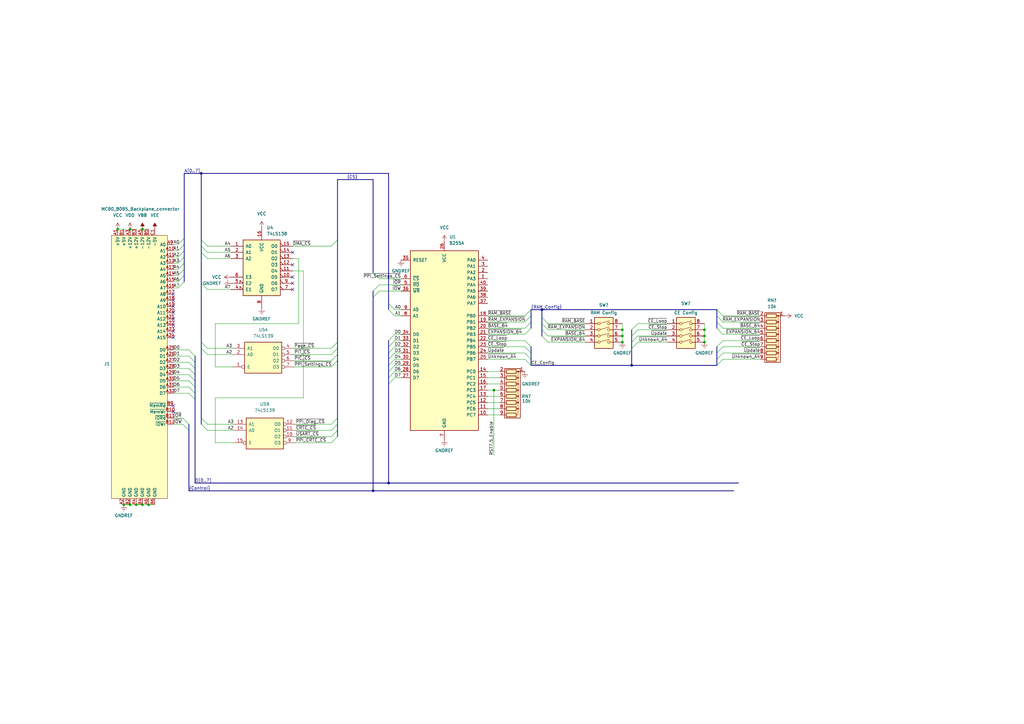
<source format=kicad_sch>
(kicad_sch (version 20231120) (generator "eeschema") (generator_version "8.0")
  (paper "A3")
  (lib_symbols
    (symbol "74xx:74LS138" (pin_names (offset 1.016))
      (property "Reference" "U" (at -7.62 11.43 0))
      (property "Value" "74LS138" (at -7.62 -13.97 0))
      (symbol "74LS138_1_0"
        (pin input line (at -12.7 7.62 0) (length 5.08) (name "A0") (number "1"))
        (pin output output_low (at 12.7 -5.08 180) (length 5.08) (name "O5") (number "10"))
        (pin output output_low (at 12.7 -2.54 180) (length 5.08) (name "O4") (number "11"))
        (pin output output_low (at 12.7 0 180) (length 5.08) (name "O3") (number "12"))
        (pin output output_low (at 12.7 2.54 180) (length 5.08) (name "O2") (number "13"))
        (pin output output_low (at 12.7 5.08 180) (length 5.08) (name "O1") (number "14"))
        (pin output output_low (at 12.7 7.62 180) (length 5.08) (name "O0") (number "15"))
        (pin power_in line (at 0 15.24 270) (length 5.08) (name "VCC") (number "16"))
        (pin input line (at -12.7 5.08 0) (length 5.08) (name "A1") (number "2"))
        (pin input line (at -12.7 2.54 0) (length 5.08) (name "A2") (number "3"))
        (pin input input_low (at -12.7 -10.16 0) (length 5.08) (name "E1") (number "4"))
        (pin input input_low (at -12.7 -7.62 0) (length 5.08) (name "E2") (number "5"))
        (pin input line (at -12.7 -5.08 0) (length 5.08) (name "E3") (number "6"))
        (pin output output_low (at 12.7 -10.16 180) (length 5.08) (name "O7") (number "7"))
        (pin power_in line (at 0 -17.78 90) (length 5.08) (name "GND") (number "8"))
        (pin output output_low (at 12.7 -7.62 180) (length 5.08) (name "O6") (number "9"))
      )
      (symbol "74LS138_1_1"
        (rectangle (start -7.62 10.16) (end 7.62 -12.7) (stroke (width 0.254)) (fill (type background)))
      )
    )
    (symbol "74xx:74LS139" (pin_names (offset 1.016))
      (property "Reference" "U" (at -7.62 8.89 0))
      (property "Value" "74LS139" (at -7.62 -8.89 0))
      (symbol "74LS139_1_0"
        (pin input inverted (at -12.7 -5.08 0) (length 5.08) (name "E") (number "1"))
        (pin input line (at -12.7 0 0) (length 5.08) (name "A0") (number "2"))
        (pin input line (at -12.7 2.54 0) (length 5.08) (name "A1") (number "3"))
        (pin output inverted (at 12.7 2.54 180) (length 5.08) (name "O0") (number "4"))
        (pin output inverted (at 12.7 0 180) (length 5.08) (name "O1") (number "5"))
        (pin output inverted (at 12.7 -2.54 180) (length 5.08) (name "O2") (number "6"))
        (pin output inverted (at 12.7 -5.08 180) (length 5.08) (name "O3") (number "7"))
      )
      (symbol "74LS139_1_1"
        (rectangle (start -7.62 5.08) (end 7.62 -7.62) (stroke (width 0.254)) (fill (type background)))
      )
      (symbol "74LS139_2_0"
        (pin output inverted (at 12.7 -2.54 180) (length 5.08) (name "O2") (number "10"))
        (pin output inverted (at 12.7 0 180) (length 5.08) (name "O1") (number "11"))
        (pin output inverted (at 12.7 2.54 180) (length 5.08) (name "O0") (number "12"))
        (pin input line (at -12.7 2.54 0) (length 5.08) (name "A1") (number "13"))
        (pin input line (at -12.7 0 0) (length 5.08) (name "A0") (number "14"))
        (pin input inverted (at -12.7 -5.08 0) (length 5.08) (name "E") (number "15"))
        (pin output inverted (at 12.7 -5.08 180) (length 5.08) (name "O3") (number "9"))
      )
      (symbol "74LS139_2_1"
        (rectangle (start -7.62 5.08) (end 7.62 -7.62) (stroke (width 0.254)) (fill (type background)))
      )
      (symbol "74LS139_3_0"
        (pin power_in line (at 0 12.7 270) (length 5.08) (name "VCC") (number "16"))
        (pin power_in line (at 0 -12.7 90) (length 5.08) (name "GND") (number "8"))
      )
      (symbol "74LS139_3_1"
        (rectangle (start -5.08 7.62) (end 5.08 -7.62) (stroke (width 0.254)) (fill (type background)))
      )
    )
    (symbol "Device:R_Network08" (pin_names (offset 0) hide)
      (property "Reference" "RN" (at -12.7 0 90))
      (property "Value" "R_Network08" (at 10.16 0 90))
      (symbol "R_Network08_0_1"
        (rectangle (start -11.43 -3.175) (end 8.89 3.175) (stroke (width 0.254)) (fill (type background)))
        (rectangle (start -10.922 1.524) (end -9.398 -2.54) (stroke (width 0.254)))
        (circle (center -10.16 2.286) (radius 0.254) (fill (type outline)))
        (rectangle (start -8.382 1.524) (end -6.858 -2.54) (stroke (width 0.254)))
        (circle (center -7.62 2.286) (radius 0.254) (fill (type outline)))
        (rectangle (start -5.842 1.524) (end -4.318 -2.54) (stroke (width 0.254)))
        (circle (center -5.08 2.286) (radius 0.254) (fill (type outline)))
        (rectangle (start -3.302 1.524) (end -1.778 -2.54) (stroke (width 0.254)))
        (circle (center -2.54 2.286) (radius 0.254) (fill (type outline)))
        (rectangle (start -0.762 1.524) (end 0.762 -2.54) (stroke (width 0.254)))
        (polyline (pts (xy -10.16 -2.54) (xy -10.16 -3.81)))
        (polyline (pts (xy -7.62 -2.54) (xy -7.62 -3.81)))
        (polyline (pts (xy -5.08 -2.54) (xy -5.08 -3.81)))
        (polyline (pts (xy -2.54 -2.54) (xy -2.54 -3.81)))
        (polyline (pts (xy 0 -2.54) (xy 0 -3.81)))
        (polyline (pts (xy 2.54 -2.54) (xy 2.54 -3.81)))
        (polyline (pts (xy 5.08 -2.54) (xy 5.08 -3.81)))
        (polyline (pts (xy 7.62 -2.54) (xy 7.62 -3.81)))
        (polyline (pts (xy -10.16 1.524) (xy -10.16 2.286) (xy -7.62 2.286) (xy -7.62 1.524)))
        (polyline (pts (xy -7.62 1.524) (xy -7.62 2.286) (xy -5.08 2.286) (xy -5.08 1.524)))
        (polyline (pts (xy -5.08 1.524) (xy -5.08 2.286) (xy -2.54 2.286) (xy -2.54 1.524)))
        (polyline (pts (xy -2.54 1.524) (xy -2.54 2.286) (xy 0 2.286) (xy 0 1.524)))
        (polyline (pts (xy 0 1.524) (xy 0 2.286) (xy 2.54 2.286) (xy 2.54 1.524)))
        (polyline (pts (xy 2.54 1.524) (xy 2.54 2.286) (xy 5.08 2.286) (xy 5.08 1.524)))
        (polyline (pts (xy 5.08 1.524) (xy 5.08 2.286) (xy 7.62 2.286) (xy 7.62 1.524)))
        (circle (center 0 2.286) (radius 0.254) (fill (type outline)))
        (rectangle (start 1.778 1.524) (end 3.302 -2.54) (stroke (width 0.254)))
        (circle (center 2.54 2.286) (radius 0.254) (fill (type outline)))
        (rectangle (start 4.318 1.524) (end 5.842 -2.54) (stroke (width 0.254)))
        (circle (center 5.08 2.286) (radius 0.254) (fill (type outline)))
        (rectangle (start 6.858 1.524) (end 8.382 -2.54) (stroke (width 0.254)))
      )
      (symbol "R_Network08_1_1"
        (pin passive line (at -10.16 5.08 270) (length 2.54) (name "common") (number "1"))
        (pin passive line (at -10.16 -5.08 90) (length 1.27) (name "R1") (number "2"))
        (pin passive line (at -7.62 -5.08 90) (length 1.27) (name "R2") (number "3"))
        (pin passive line (at -5.08 -5.08 90) (length 1.27) (name "R3") (number "4"))
        (pin passive line (at -2.54 -5.08 90) (length 1.27) (name "R4") (number "5"))
        (pin passive line (at 0 -5.08 90) (length 1.27) (name "R5") (number "6"))
        (pin passive line (at 2.54 -5.08 90) (length 1.27) (name "R6") (number "7"))
        (pin passive line (at 5.08 -5.08 90) (length 1.27) (name "R7") (number "8"))
        (pin passive line (at 7.62 -5.08 90) (length 1.27) (name "R8") (number "9"))
      )
    )
    (symbol "Interface:8255A" (pin_names (offset 1.016))
      (property "Reference" "U" (at -13.97 38.1 0))
      (property "Value" "8255A" (at 8.89 38.1 0))
      (symbol "8255A_1_1"
        (rectangle (start -13.97 -36.83) (end 13.97 36.83) (stroke (width 0.254)) (fill (type background)))
        (pin bidirectional line (at 17.78 25.4 180) (length 3.81) (name "PA3") (number "1"))
        (pin bidirectional line (at 17.78 -30.48 180) (length 3.81) (name "PC7") (number "10"))
        (pin bidirectional line (at 17.78 -27.94 180) (length 3.81) (name "PC6") (number "11"))
        (pin bidirectional line (at 17.78 -25.4 180) (length 3.81) (name "PC5") (number "12"))
        (pin bidirectional line (at 17.78 -22.86 180) (length 3.81) (name "PC4") (number "13"))
        (pin bidirectional line (at 17.78 -12.7 180) (length 3.81) (name "PC0") (number "14"))
        (pin bidirectional line (at 17.78 -15.24 180) (length 3.81) (name "PC1") (number "15"))
        (pin bidirectional line (at 17.78 -17.78 180) (length 3.81) (name "PC2") (number "16"))
        (pin bidirectional line (at 17.78 -20.32 180) (length 3.81) (name "PC3") (number "17"))
        (pin bidirectional line (at 17.78 10.16 180) (length 3.81) (name "PB0") (number "18"))
        (pin bidirectional line (at 17.78 7.62 180) (length 3.81) (name "PB1") (number "19"))
        (pin bidirectional line (at 17.78 27.94 180) (length 3.81) (name "PA2") (number "2"))
        (pin bidirectional line (at 17.78 5.08 180) (length 3.81) (name "PB2") (number "20"))
        (pin bidirectional line (at 17.78 2.54 180) (length 3.81) (name "PB3") (number "21"))
        (pin bidirectional line (at 17.78 0 180) (length 3.81) (name "PB4") (number "22"))
        (pin bidirectional line (at 17.78 -2.54 180) (length 3.81) (name "PB5") (number "23"))
        (pin bidirectional line (at 17.78 -5.08 180) (length 3.81) (name "PB6") (number "24"))
        (pin bidirectional line (at 17.78 -7.62 180) (length 3.81) (name "PB7") (number "25"))
        (pin power_in line (at 0 40.64 270) (length 3.81) (name "VCC") (number "26"))
        (pin bidirectional line (at -17.78 -15.24 0) (length 3.81) (name "D7") (number "27"))
        (pin bidirectional line (at -17.78 -12.7 0) (length 3.81) (name "D6") (number "28"))
        (pin bidirectional line (at -17.78 -10.16 0) (length 3.81) (name "D5") (number "29"))
        (pin bidirectional line (at 17.78 30.48 180) (length 3.81) (name "PA1") (number "3"))
        (pin bidirectional line (at -17.78 -7.62 0) (length 3.81) (name "D4") (number "30"))
        (pin bidirectional line (at -17.78 -5.08 0) (length 3.81) (name "D3") (number "31"))
        (pin bidirectional line (at -17.78 -2.54 0) (length 3.81) (name "D2") (number "32"))
        (pin bidirectional line (at -17.78 0 0) (length 3.81) (name "D1") (number "33"))
        (pin bidirectional line (at -17.78 2.54 0) (length 3.81) (name "D0") (number "34"))
        (pin input line (at -17.78 33.02 0) (length 3.81) (name "RESET") (number "35"))
        (pin input line (at -17.78 20.32 0) (length 3.81) (name "~{WR}") (number "36"))
        (pin bidirectional line (at 17.78 15.24 180) (length 3.81) (name "PA7") (number "37"))
        (pin bidirectional line (at 17.78 17.78 180) (length 3.81) (name "PA6") (number "38"))
        (pin bidirectional line (at 17.78 20.32 180) (length 3.81) (name "PA5") (number "39"))
        (pin bidirectional line (at 17.78 33.02 180) (length 3.81) (name "PA0") (number "4"))
        (pin bidirectional line (at 17.78 22.86 180) (length 3.81) (name "PA4") (number "40"))
        (pin input line (at -17.78 22.86 0) (length 3.81) (name "~{RD}") (number "5"))
        (pin input line (at -17.78 25.4 0) (length 3.81) (name "~{CS}") (number "6"))
        (pin power_in line (at 0 -40.64 90) (length 3.81) (name "GND") (number "7"))
        (pin input line (at -17.78 10.16 0) (length 3.81) (name "A1") (number "8"))
        (pin input line (at -17.78 12.7 0) (length 3.81) (name "A0") (number "9"))
      )
    )
    (symbol "Switch:SW_DIP_x04" (pin_names (offset 0) hide)
      (property "Reference" "SW" (at 0 8.89 0))
      (property "Value" "SW_DIP_x04" (at 0 -6.35 0))
      (symbol "SW_DIP_x04_0_0"
        (circle (center -2.032 -2.54) (radius 0.508))
        (circle (center -2.032 0) (radius 0.508))
        (circle (center -2.032 2.54) (radius 0.508))
        (circle (center -2.032 5.08) (radius 0.508))
        (polyline (pts (xy -1.524 -2.3876) (xy 2.3622 -1.3462)))
        (polyline (pts (xy -1.524 0.127) (xy 2.3622 1.1684)))
        (polyline (pts (xy -1.524 2.667) (xy 2.3622 3.7084)))
        (polyline (pts (xy -1.524 5.207) (xy 2.3622 6.2484)))
        (circle (center 2.032 -2.54) (radius 0.508))
        (circle (center 2.032 0) (radius 0.508))
        (circle (center 2.032 2.54) (radius 0.508))
        (circle (center 2.032 5.08) (radius 0.508))
      )
      (symbol "SW_DIP_x04_0_1"
        (rectangle (start -3.81 7.62) (end 3.81 -5.08) (stroke (width 0.254)) (fill (type background)))
      )
      (symbol "SW_DIP_x04_1_1"
        (pin passive line (at -7.62 5.08 0) (length 5.08) (name "~") (number "1"))
        (pin passive line (at -7.62 2.54 0) (length 5.08) (name "~") (number "2"))
        (pin passive line (at -7.62 0 0) (length 5.08) (name "~") (number "3"))
        (pin passive line (at -7.62 -2.54 0) (length 5.08) (name "~") (number "4"))
        (pin passive line (at 7.62 -2.54 180) (length 5.08) (name "~") (number "5"))
        (pin passive line (at 7.62 0 180) (length 5.08) (name "~") (number "6"))
        (pin passive line (at 7.62 2.54 180) (length 5.08) (name "~") (number "7"))
        (pin passive line (at 7.62 5.08 180) (length 5.08) (name "~") (number "8"))
      )
    )
    (symbol "VEE_1" (power) (pin_names (offset 0))
      (property "Value" "VEE_1" (at 0 3.81 0))
      (symbol "VEE_1_0_1"
        (polyline (pts (xy 0 0) (xy 0 2.54)))
        (polyline (pts (xy 0.762 1.27) (xy -0.762 1.27) (xy 0 2.54) (xy 0.762 1.27)) (fill (type outline)))
      )
      (symbol "VEE_1_1_1"
        (pin power_in line (at 0 0 90) (length 0) hide (name "VEE") (number "1"))
      )
    )
    (symbol "connector-miscellaneous:MC80_8085_Backplane_connector"
      (property "Reference" "J" (at 13.97 34.29 0))
      (property "Value" "MC80_8085_Backplane_connector" (at -6.35 34.29 0))
      (symbol "MC80_8085_Backplane_connector_0_1"
        (rectangle (start -22.86 19.05) (end 0 -88.9) (fill (type background)))
        (rectangle (start -15.24 16.51) (end -15.24 16.51))
      )
      (symbol "MC80_8085_Backplane_connector_1_1"
        (pin power_in line (at -20.32 21.59 270) (length 2.54) (name "+5V") (number "A1"))
        (pin output line (at 2.54 12.7 180) (length 2.54) (name "A1") (number "A10"))
        (pin output line (at 2.54 10.16 180) (length 2.54) (name "A2") (number "A11"))
        (pin output line (at 2.54 7.62 180) (length 2.54) (name "A3") (number "A12"))
        (pin output line (at 2.54 5.08 180) (length 2.54) (name "A4") (number "A13"))
        (pin output line (at 2.54 2.54 180) (length 2.54) (name "A5") (number "A14"))
        (pin output line (at 2.54 0 180) (length 2.54) (name "A6") (number "A15"))
        (pin output line (at 2.54 -2.54 180) (length 2.54) (name "A7") (number "A16"))
        (pin output line (at 2.54 -5.08 180) (length 2.54) (name "A8") (number "A17"))
        (pin output line (at 2.54 -7.62 180) (length 2.54) (name "A9") (number "A18"))
        (pin output line (at 2.54 -10.16 180) (length 2.54) (name "A10") (number "A19"))
        (pin power_in line (at -17.78 -91.44 90) (length 2.54) (name "GND") (number "A2"))
        (pin output line (at 2.54 -12.7 180) (length 2.54) (name "A11") (number "A20"))
        (pin output line (at 2.54 -15.24 180) (length 2.54) (name "A12") (number "A21"))
        (pin output line (at 2.54 -17.78 180) (length 2.54) (name "A13") (number "A22"))
        (pin output line (at 2.54 -20.32 180) (length 2.54) (name "A14") (number "A23"))
        (pin output line (at 2.54 -22.86 180) (length 2.54) (name "A15") (number "A24"))
        (pin tri_state line (at 2.54 -27.94 180) (length 2.54) (name "D0") (number "A25"))
        (pin tri_state line (at 2.54 -30.48 180) (length 2.54) (name "D1") (number "A26"))
        (pin tri_state line (at 2.54 -33.02 180) (length 2.54) (name "D2") (number "A27"))
        (pin tri_state line (at 2.54 -35.56 180) (length 2.54) (name "D3") (number "A28"))
        (pin tri_state line (at 2.54 -38.1 180) (length 2.54) (name "D4") (number "A29"))
        (pin power_in line (at -15.24 21.59 270) (length 2.54) (name "+12V") (number "A3"))
        (pin tri_state line (at 2.54 -40.64 180) (length 2.54) (name "D5") (number "A30"))
        (pin tri_state line (at 2.54 -43.18 180) (length 2.54) (name "D6") (number "A31"))
        (pin tri_state line (at 2.54 -45.72 180) (length 2.54) (name "D7") (number "A32"))
        (pin power_in line (at -12.7 -91.44 90) (length 2.54) (name "GND") (number "A4"))
        (pin power_in line (at -10.16 21.59 270) (length 2.54) (name "-12V") (number "A5"))
        (pin power_in line (at -7.62 -91.44 90) (length 2.54) (name "GND") (number "A6"))
        (pin output line (at 2.54 15.24 180) (length 2.54) (name "A0") (number "A9"))
        (pin power_in line (at -17.78 21.59 270) (length 2.54) (name "+5V") (number "B1"))
        (pin output line (at 2.54 -53.34 180) (length 2.54) (name "~{MemWr}") (number "B10"))
        (pin output line (at 2.54 -55.88 180) (length 2.54) (name "~{IORd}") (number "B11"))
        (pin output line (at 2.54 -58.42 180) (length 2.54) (name "~{IOWr}") (number "B12"))
        (pin power_in line (at -15.24 -91.44 90) (length 2.54) (name "GND") (number "B2"))
        (pin power_in line (at -12.7 21.59 270) (length 2.54) (name "+12V") (number "B3"))
        (pin power_in line (at -10.16 -91.44 90) (length 2.54) (name "GND") (number "B4"))
        (pin power_in line (at -7.62 21.59 270) (length 2.54) (name "-12V") (number "B5"))
        (pin power_in line (at -5.08 -91.44 90) (length 2.54) (name "GND") (number "B6"))
        (pin output line (at 2.54 -50.8 180) (length 2.54) (name "~{MemRd}") (number "B9"))
        (pin power_in line (at -5.08 21.59 270) (length 2.54) (name "-5V") (number "C1"))
      )
    )
    (symbol "power:GNDREF" (power) (pin_names (offset 0))
      (property "Value" "GNDREF" (at 0 -3.81 0))
      (symbol "GNDREF_0_1"
        (polyline (pts (xy -0.635 -1.905) (xy 0.635 -1.905)))
        (polyline (pts (xy -0.127 -2.54) (xy 0.127 -2.54)))
        (polyline (pts (xy 0 -1.27) (xy 0 0)))
        (polyline (pts (xy 1.27 -1.27) (xy -1.27 -1.27)))
      )
      (symbol "GNDREF_1_1"
        (pin power_in line (at 0 0 270) (length 0) hide (name "GNDREF") (number "1"))
      )
    )
    (symbol "power:VCC" (power) (pin_names (offset 0))
      (property "Value" "VCC" (at 0 3.81 0))
      (symbol "VCC_0_1"
        (polyline (pts (xy -0.762 1.27) (xy 0 2.54)))
        (polyline (pts (xy 0 0) (xy 0 2.54)))
        (polyline (pts (xy 0 2.54) (xy 0.762 1.27)))
      )
      (symbol "VCC_1_1"
        (pin power_in line (at 0 0 90) (length 0) hide (name "VCC") (number "1"))
      )
    )
    (symbol "power:VDD" (power) (pin_names (offset 0))
      (property "Value" "VDD" (at 0 3.81 0))
      (symbol "VDD_0_1"
        (polyline (pts (xy -0.762 1.27) (xy 0 2.54)))
        (polyline (pts (xy 0 0) (xy 0 2.54)))
        (polyline (pts (xy 0 2.54) (xy 0.762 1.27)))
      )
      (symbol "VDD_1_1"
        (pin power_in line (at 0 0 90) (length 0) hide (name "VDD") (number "1"))
      )
    )
    (symbol "power:VEE" (power) (pin_names (offset 0))
      (property "Value" "VBB" (at 0 5.715 0))
      (symbol "VEE_0_1"
        (polyline (pts (xy 0 0) (xy 0 2.54)))
        (polyline (pts (xy 0.762 1.27) (xy -0.762 1.27) (xy 0 2.54) (xy 0.762 1.27)) (fill (type outline)))
      )
      (symbol "VEE_1_1"
        (pin power_in line (at 0 0 90) (length 0) hide (name "VBB") (number "1"))
      )
    )
  )
  (bus_alias "RAM_Config" (members "RAM_BASE"))
  (junction (at 255.27 135.255))
  (junction (at 50.8 207.01))
  (junction (at 53.34 207.01))
  (junction (at 255.27 140.335))
  (junction (at 153.035 201.295))
  (junction (at 255.27 137.795))
  (junction (at 288.925 137.795))
  (junction (at 222.25 127))
  (junction (at 288.925 135.255))
  (junction (at 58.42 93.98))
  (junction (at 259.08 149.86))
  (junction (at 55.88 207.01))
  (junction (at 58.42 207.01))
  (junction (at 53.34 93.98))
  (junction (at 159.385 198.12))
  (junction (at 60.96 207.01))
  (junction (at 288.925 140.335))
  (junction (at 48.26 93.98))
  (junction (at 202.565 160.02))
  (junction (at 82.55 71.12))
  (no_connect (at 71.12 120.65))
  (no_connect (at 71.12 130.81))
  (no_connect (at 71.12 166.37))
  (no_connect (at 71.12 133.35))
  (no_connect (at 71.12 168.91))
  (no_connect (at 120.015 108.585))
  (no_connect (at 71.12 123.19))
  (no_connect (at 71.12 125.73))
  (no_connect (at 120.015 118.745))
  (no_connect (at 120.015 103.505))
  (no_connect (at 120.015 116.205))
  (no_connect (at 120.015 113.665))
  (no_connect (at 71.12 138.43))
  (no_connect (at 71.12 128.27))
  (no_connect (at 71.12 135.89))
  (bus_entry (at 259.08 137.795) (size 2.54 -2.54))
  (bus_entry (at 296.545 132.08) (size -2.54 -2.54))
  (bus_entry (at 296.545 144.78) (size -2.54 2.54))
  (bus_entry (at 215.265 129.54) (size 2.54 -2.54))
  (bus_entry (at 73.025 107.95) (size 2.54 -2.54))
  (bus_entry (at 82.55 173.99) (size 2.54 2.54))
  (bus_entry (at 222.25 132.715) (size 2.54 2.54))
  (bus_entry (at 296.545 129.54) (size -2.54 -2.54))
  (bus_entry (at 73.025 113.03) (size 2.54 -2.54))
  (bus_entry (at 159.385 144.78) (size 2.54 -2.54))
  (bus_entry (at 215.265 142.24) (size 2.54 2.54))
  (bus_entry (at 82.55 171.45) (size 2.54 2.54))
  (bus_entry (at 135.89 181.61) (size 2.54 -2.54))
  (bus_entry (at 82.55 100.965) (size 2.54 2.54))
  (bus_entry (at 135.89 176.53) (size 2.54 -2.54))
  (bus_entry (at 215.265 134.62) (size 2.54 -2.54))
  (bus_entry (at 77.47 151.13) (size 2.54 2.54))
  (bus_entry (at 74.93 171.45) (size 2.54 2.54))
  (bus_entry (at 153.035 111.76) (size 2.54 2.54))
  (bus_entry (at 296.545 147.32) (size -2.54 2.54))
  (bus_entry (at 77.47 148.59) (size 2.54 2.54))
  (bus_entry (at 159.385 157.48) (size 2.54 -2.54))
  (bus_entry (at 73.025 110.49) (size 2.54 -2.54))
  (bus_entry (at 77.47 161.29) (size 2.54 2.54))
  (bus_entry (at 159.385 149.86) (size 2.54 -2.54))
  (bus_entry (at 215.265 137.16) (size 2.54 -2.54))
  (bus_entry (at 215.265 144.78) (size 2.54 2.54))
  (bus_entry (at 77.47 153.67) (size 2.54 2.54))
  (bus_entry (at 77.47 143.51) (size 2.54 2.54))
  (bus_entry (at 73.025 118.11) (size 2.54 -2.54))
  (bus_entry (at 296.545 134.62) (size -2.54 -2.54))
  (bus_entry (at 296.545 137.16) (size -2.54 -2.54))
  (bus_entry (at 215.265 139.7) (size 2.54 2.54))
  (bus_entry (at 135.89 147.955) (size 2.54 -2.54))
  (bus_entry (at 135.89 179.07) (size 2.54 -2.54))
  (bus_entry (at 215.265 147.32) (size 2.54 2.54))
  (bus_entry (at 73.025 115.57) (size 2.54 -2.54))
  (bus_entry (at 259.08 135.255) (size 2.54 -2.54))
  (bus_entry (at 153.035 121.92) (size 2.54 -2.54))
  (bus_entry (at 82.55 116.205) (size 2.54 2.54))
  (bus_entry (at 73.025 100.33) (size 2.54 -2.54))
  (bus_entry (at 135.89 100.965) (size 2.54 -2.54))
  (bus_entry (at 222.25 135.255) (size 2.54 2.54))
  (bus_entry (at 135.89 173.99) (size 2.54 -2.54))
  (bus_entry (at 159.385 154.94) (size 2.54 -2.54))
  (bus_entry (at 153.035 119.38) (size 2.54 -2.54))
  (bus_entry (at 82.55 142.875) (size 2.54 2.54))
  (bus_entry (at 73.025 102.87) (size 2.54 -2.54))
  (bus_entry (at 259.08 142.875) (size 2.54 -2.54))
  (bus_entry (at 159.385 147.32) (size 2.54 -2.54))
  (bus_entry (at 222.25 137.795) (size 2.54 2.54))
  (bus_entry (at 222.25 130.175) (size 2.54 2.54))
  (bus_entry (at 135.89 150.495) (size 2.54 -2.54))
  (bus_entry (at 159.385 139.7) (size 2.54 -2.54))
  (bus_entry (at 159.385 124.46) (size 2.54 2.54))
  (bus_entry (at 82.55 98.425) (size 2.54 2.54))
  (bus_entry (at 77.47 158.75) (size 2.54 2.54))
  (bus_entry (at 82.55 140.335) (size 2.54 2.54))
  (bus_entry (at 73.025 105.41) (size 2.54 -2.54))
  (bus_entry (at 135.89 142.875) (size 2.54 -2.54))
  (bus_entry (at 159.385 127) (size 2.54 2.54))
  (bus_entry (at 296.545 139.7) (size -2.54 2.54))
  (bus_entry (at 159.385 152.4) (size 2.54 -2.54))
  (bus_entry (at 82.55 103.505) (size 2.54 2.54))
  (bus_entry (at 77.47 146.05) (size 2.54 2.54))
  (bus_entry (at 296.545 142.24) (size -2.54 2.54))
  (bus_entry (at 135.89 145.415) (size 2.54 -2.54))
  (bus_entry (at 159.385 142.24) (size 2.54 -2.54))
  (bus_entry (at 259.08 140.335) (size 2.54 -2.54))
  (bus_entry (at 215.265 132.08) (size 2.54 -2.54))
  (bus_entry (at 77.47 156.21) (size 2.54 2.54))
  (bus_entry (at 74.93 173.99) (size 2.54 2.54))
  (wire (pts (xy 200.025 142.24) (xy 215.265 142.24)))
  (wire (pts (xy 120.65 150.495) (xy 135.89 150.495)))
  (bus (pts (xy 75.565 105.41) (xy 75.565 102.87)))
  (wire (pts (xy 124.46 163.195) (xy 88.265 163.195)))
  (wire (pts (xy 122.555 106.045) (xy 120.015 106.045)))
  (wire (pts (xy 161.925 139.7) (xy 164.465 139.7)))
  (bus (pts (xy 217.805 147.32) (xy 217.805 144.78)))
  (wire (pts (xy 71.12 115.57) (xy 73.025 115.57)))
  (wire (pts (xy 71.12 161.29) (xy 77.47 161.29)))
  (wire (pts (xy 200.025 167.64) (xy 205.105 167.64)))
  (wire (pts (xy 124.46 111.125) (xy 124.46 163.195)))
  (wire (pts (xy 71.12 156.21) (xy 77.47 156.21)))
  (bus (pts (xy 82.55 171.45) (xy 82.55 173.99)))
  (wire (pts (xy 255.27 135.255) (xy 255.27 137.795)))
  (wire (pts (xy 200.025 152.4) (xy 205.105 152.4)))
  (wire (pts (xy 200.025 165.1) (xy 205.105 165.1)))
  (bus (pts (xy 77.47 201.295) (xy 153.035 201.295)))
  (wire (pts (xy 58.42 207.01) (xy 60.96 207.01)))
  (wire (pts (xy 224.79 132.715) (xy 240.03 132.715)))
  (bus (pts (xy 159.385 127) (xy 159.385 124.46)))
  (bus (pts (xy 153.035 201.295) (xy 300.99 201.295)))
  (bus (pts (xy 82.55 142.875) (xy 82.55 171.45)))
  (wire (pts (xy 71.12 105.41) (xy 73.025 105.41)))
  (wire (pts (xy 71.12 151.13) (xy 77.47 151.13)))
  (bus (pts (xy 159.385 139.7) (xy 159.385 142.24)))
  (bus (pts (xy 80.01 148.59) (xy 80.01 151.13)))
  (wire (pts (xy 155.575 114.3) (xy 164.465 114.3)))
  (bus (pts (xy 294.005 147.32) (xy 294.005 144.78)))
  (wire (pts (xy 85.09 103.505) (xy 94.615 103.505)))
  (wire (pts (xy 85.09 106.045) (xy 94.615 106.045)))
  (bus (pts (xy 80.01 153.67) (xy 80.01 156.21)))
  (wire (pts (xy 120.65 145.415) (xy 135.89 145.415)))
  (wire (pts (xy 200.025 144.78) (xy 215.265 144.78)))
  (wire (pts (xy 71.12 158.75) (xy 77.47 158.75)))
  (bus (pts (xy 259.08 135.255) (xy 259.08 137.795)))
  (wire (pts (xy 48.26 93.98) (xy 50.8 93.98)))
  (bus (pts (xy 217.805 129.54) (xy 217.805 132.08)))
  (wire (pts (xy 200.025 170.18) (xy 205.105 170.18)))
  (wire (pts (xy 200.025 147.32) (xy 215.265 147.32)))
  (wire (pts (xy 200.025 162.56) (xy 205.105 162.56)))
  (bus (pts (xy 153.035 73.66) (xy 138.43 73.66)))
  (bus (pts (xy 82.55 100.965) (xy 82.55 103.505)))
  (wire (pts (xy 71.12 146.05) (xy 77.47 146.05)))
  (bus (pts (xy 294.005 144.78) (xy 294.005 142.24)))
  (wire (pts (xy 121.285 173.99) (xy 135.89 173.99)))
  (wire (pts (xy 311.785 134.62) (xy 296.545 134.62)))
  (wire (pts (xy 85.09 100.965) (xy 94.615 100.965)))
  (wire (pts (xy 121.285 179.07) (xy 135.89 179.07)))
  (wire (pts (xy 71.12 102.87) (xy 73.025 102.87)))
  (wire (pts (xy 200.025 160.02) (xy 202.565 160.02)))
  (bus (pts (xy 80.01 198.12) (xy 159.385 198.12)))
  (bus (pts (xy 138.43 140.335) (xy 138.43 142.875)))
  (bus (pts (xy 138.43 176.53) (xy 138.43 179.07)))
  (wire (pts (xy 311.785 142.24) (xy 296.545 142.24)))
  (wire (pts (xy 255.27 132.715) (xy 255.27 135.255)))
  (wire (pts (xy 122.555 132.715) (xy 122.555 106.045)))
  (wire (pts (xy 224.79 140.335) (xy 240.03 140.335)))
  (wire (pts (xy 85.09 176.53) (xy 95.885 176.53)))
  (bus (pts (xy 159.385 142.24) (xy 159.385 144.78)))
  (wire (pts (xy 71.12 118.11) (xy 73.025 118.11)))
  (bus (pts (xy 159.385 154.94) (xy 159.385 157.48)))
  (wire (pts (xy 121.285 181.61) (xy 135.89 181.61)))
  (bus (pts (xy 222.25 127) (xy 294.005 127)))
  (wire (pts (xy 161.925 149.86) (xy 164.465 149.86)))
  (bus (pts (xy 294.005 149.86) (xy 259.08 149.86)))
  (bus (pts (xy 217.805 132.08) (xy 217.805 134.62)))
  (wire (pts (xy 224.79 137.795) (xy 240.03 137.795)))
  (bus (pts (xy 80.01 158.75) (xy 80.01 161.29)))
  (wire (pts (xy 288.925 137.795) (xy 288.925 140.335)))
  (wire (pts (xy 71.12 171.45) (xy 74.93 171.45)))
  (wire (pts (xy 55.88 207.01) (xy 58.42 207.01)))
  (bus (pts (xy 153.035 111.76) (xy 153.035 73.66)))
  (wire (pts (xy 161.925 129.54) (xy 164.465 129.54)))
  (wire (pts (xy 161.925 154.94) (xy 164.465 154.94)))
  (bus (pts (xy 82.55 71.12) (xy 159.385 71.12)))
  (bus (pts (xy 75.565 113.03) (xy 75.565 110.49)))
  (wire (pts (xy 161.925 127) (xy 164.465 127)))
  (bus (pts (xy 80.01 146.05) (xy 80.01 148.59)))
  (wire (pts (xy 53.34 207.01) (xy 55.88 207.01)))
  (wire (pts (xy 71.12 100.33) (xy 73.025 100.33)))
  (wire (pts (xy 261.62 137.795) (xy 273.685 137.795)))
  (wire (pts (xy 200.025 129.54) (xy 215.265 129.54)))
  (bus (pts (xy 138.43 173.99) (xy 138.43 176.53)))
  (wire (pts (xy 200.025 154.94) (xy 205.105 154.94)))
  (wire (pts (xy 200.025 132.08) (xy 215.265 132.08)))
  (wire (pts (xy 311.785 137.16) (xy 296.545 137.16)))
  (wire (pts (xy 155.575 116.84) (xy 164.465 116.84)))
  (wire (pts (xy 311.785 129.54) (xy 296.545 129.54)))
  (bus (pts (xy 153.035 121.92) (xy 153.035 201.295)))
  (bus (pts (xy 217.805 144.78) (xy 217.805 142.24)))
  (bus (pts (xy 75.565 97.79) (xy 75.565 71.12)))
  (wire (pts (xy 88.265 132.715) (xy 122.555 132.715)))
  (bus (pts (xy 217.805 149.86) (xy 259.08 149.86)))
  (bus (pts (xy 80.01 161.29) (xy 80.01 163.83)))
  (wire (pts (xy 161.925 137.16) (xy 164.465 137.16)))
  (bus (pts (xy 75.565 110.49) (xy 75.565 107.95)))
  (bus (pts (xy 294.005 127) (xy 294.005 129.54)))
  (bus (pts (xy 82.55 103.505) (xy 82.55 116.205)))
  (bus (pts (xy 138.43 171.45) (xy 138.43 173.99)))
  (bus (pts (xy 217.805 127) (xy 222.25 127)))
  (wire (pts (xy 311.785 144.78) (xy 296.545 144.78)))
  (wire (pts (xy 224.79 135.255) (xy 240.03 135.255)))
  (bus (pts (xy 222.25 130.175) (xy 222.25 132.715)))
  (wire (pts (xy 311.785 139.7) (xy 296.545 139.7)))
  (wire (pts (xy 200.025 134.62) (xy 215.265 134.62)))
  (wire (pts (xy 50.8 207.01) (xy 53.34 207.01)))
  (wire (pts (xy 200.025 157.48) (xy 205.105 157.48)))
  (wire (pts (xy 120.015 111.125) (xy 124.46 111.125)))
  (wire (pts (xy 121.285 176.53) (xy 135.89 176.53)))
  (bus (pts (xy 77.47 173.99) (xy 77.47 176.53)))
  (wire (pts (xy 85.09 145.415) (xy 95.25 145.415)))
  (bus (pts (xy 75.565 115.57) (xy 75.565 113.03)))
  (bus (pts (xy 138.43 147.955) (xy 138.43 171.45)))
  (wire (pts (xy 71.12 143.51) (xy 77.47 143.51)))
  (wire (pts (xy 95.25 150.495) (xy 88.265 150.495)))
  (wire (pts (xy 71.12 153.67) (xy 77.47 153.67)))
  (wire (pts (xy 85.09 142.875) (xy 95.25 142.875)))
  (bus (pts (xy 159.385 157.48) (xy 159.385 198.12)))
  (bus (pts (xy 138.43 98.425) (xy 138.43 140.335)))
  (wire (pts (xy 161.925 144.78) (xy 164.465 144.78)))
  (wire (pts (xy 71.12 110.49) (xy 73.025 110.49)))
  (wire (pts (xy 255.27 137.795) (xy 255.27 140.335)))
  (wire (pts (xy 58.42 93.98) (xy 60.96 93.98)))
  (bus (pts (xy 80.01 156.21) (xy 80.01 158.75)))
  (bus (pts (xy 138.43 142.875) (xy 138.43 145.415)))
  (bus (pts (xy 138.43 73.66) (xy 138.43 98.425)))
  (wire (pts (xy 120.015 100.965) (xy 135.89 100.965)))
  (wire (pts (xy 88.265 150.495) (xy 88.265 132.715)))
  (bus (pts (xy 294.005 149.86) (xy 294.005 147.32)))
  (wire (pts (xy 88.265 181.61) (xy 95.885 181.61)))
  (bus (pts (xy 222.25 127) (xy 222.25 130.175)))
  (wire (pts (xy 85.09 173.99) (xy 95.885 173.99)))
  (bus (pts (xy 138.43 145.415) (xy 138.43 147.955)))
  (bus (pts (xy 222.25 135.255) (xy 222.25 137.795)))
  (wire (pts (xy 202.565 160.02) (xy 202.565 186.69)))
  (bus (pts (xy 259.08 140.335) (xy 259.08 142.875)))
  (wire (pts (xy 288.925 135.255) (xy 288.925 137.795)))
  (wire (pts (xy 53.34 93.98) (xy 55.88 93.98)))
  (wire (pts (xy 155.575 119.38) (xy 164.465 119.38)))
  (bus (pts (xy 159.385 149.86) (xy 159.385 152.4)))
  (wire (pts (xy 71.12 173.99) (xy 74.93 173.99)))
  (wire (pts (xy 120.65 142.875) (xy 135.89 142.875)))
  (wire (pts (xy 71.12 113.03) (xy 73.025 113.03)))
  (wire (pts (xy 71.12 107.95) (xy 73.025 107.95)))
  (bus (pts (xy 159.385 124.46) (xy 159.385 71.12)))
  (wire (pts (xy 202.565 160.02) (xy 205.105 160.02)))
  (bus (pts (xy 75.565 100.33) (xy 75.565 97.79)))
  (wire (pts (xy 120.65 147.955) (xy 135.89 147.955)))
  (wire (pts (xy 311.785 147.32) (xy 296.545 147.32)))
  (bus (pts (xy 259.08 142.875) (xy 259.08 149.86)))
  (bus (pts (xy 294.005 132.08) (xy 294.005 134.62)))
  (bus (pts (xy 159.385 144.78) (xy 159.385 147.32)))
  (wire (pts (xy 288.925 132.715) (xy 288.925 135.255)))
  (bus (pts (xy 80.01 163.83) (xy 80.01 198.12)))
  (wire (pts (xy 71.12 148.59) (xy 77.47 148.59)))
  (wire (pts (xy 311.785 132.08) (xy 296.545 132.08)))
  (wire (pts (xy 85.09 118.745) (xy 94.615 118.745)))
  (bus (pts (xy 77.47 176.53) (xy 77.47 201.295)))
  (bus (pts (xy 159.385 152.4) (xy 159.385 154.94)))
  (bus (pts (xy 75.565 102.87) (xy 75.565 100.33)))
  (bus (pts (xy 82.55 140.335) (xy 82.55 142.875)))
  (bus (pts (xy 153.035 119.38) (xy 153.035 121.92)))
  (wire (pts (xy 161.925 147.32) (xy 164.465 147.32)))
  (bus (pts (xy 159.385 198.12) (xy 302.895 198.12)))
  (bus (pts (xy 82.55 98.425) (xy 82.55 100.965)))
  (bus (pts (xy 75.565 71.12) (xy 82.55 71.12)))
  (bus (pts (xy 82.55 116.205) (xy 82.55 140.335)))
  (wire (pts (xy 88.265 163.195) (xy 88.265 181.61)))
  (wire (pts (xy 161.925 142.24) (xy 164.465 142.24)))
  (bus (pts (xy 75.565 107.95) (xy 75.565 105.41)))
  (bus (pts (xy 159.385 147.32) (xy 159.385 149.86)))
  (wire (pts (xy 261.62 135.255) (xy 273.685 135.255)))
  (bus (pts (xy 217.805 149.86) (xy 217.805 147.32)))
  (bus (pts (xy 294.005 129.54) (xy 294.005 132.08)))
  (wire (pts (xy 261.62 132.715) (xy 273.685 132.715)))
  (wire (pts (xy 161.925 152.4) (xy 164.465 152.4)))
  (bus (pts (xy 259.08 137.795) (xy 259.08 140.335)))
  (wire (pts (xy 60.96 207.01) (xy 63.5 207.01)))
  (bus (pts (xy 80.01 151.13) (xy 80.01 153.67)))
  (bus (pts (xy 82.55 71.12) (xy 82.55 98.425)))
  (bus (pts (xy 217.805 127) (xy 217.805 129.54)))
  (wire (pts (xy 200.025 137.16) (xy 215.265 137.16)))
  (wire (pts (xy 200.025 139.7) (xy 215.265 139.7)))
  (bus (pts (xy 222.25 132.715) (xy 222.25 135.255)))
  (wire (pts (xy 261.62 140.335) (xy 273.685 140.335)))
  (label "CE_Config" (at 217.805 149.86 0))
  (label "~{RAM_BASE}" (at 311.785 129.54 180))
  (label "D7" (at 71.12 161.29 0))
  (label "{Control}" (at 77.47 201.295 0))
  (label "~{BASE_64}" (at 311.785 134.62 180))
  (label "RST7.5_Enable" (at 202.565 186.69 90))
  (label "A3" (at 95.25 142.875 180))
  (label "~{Page_CS}" (at 120.65 142.875 0))
  (label "~{RAM_BASE}" (at 240.03 132.715 180))
  (label "A4" (at 94.615 100.965 180))
  (label "~{Update}" (at 200.025 144.78 0))
  (label "D2" (at 164.465 142.24 180))
  (label "~{PPI_CRTC_CS}" (at 121.285 181.61 0))
  (label "~{IOR}" (at 71.12 171.45 0))
  (label "~{Unknown_A4}" (at 273.685 140.335 180))
  (label "A2" (at 95.885 176.53 180))
  (label "~{PPI_Settings_CS}" (at 164.465 114.3 180))
  (label "~{PPI_Settings_CS}" (at 120.65 150.495 0))
  (label "D4" (at 71.12 153.67 0))
  (label "A2" (at 71.12 105.41 0))
  (label "~{CE_Loop}" (at 273.685 132.715 180))
  (label "D0" (at 164.465 137.16 180))
  (label "D6" (at 164.465 152.4 180))
  (label "A6" (at 94.615 106.045 180))
  (label "~{USART_CS}" (at 121.285 179.07 0))
  (label "D3" (at 71.12 151.13 0))
  (label "~{IOR}" (at 164.465 116.84 180))
  (label "A2" (at 95.25 145.415 180))
  (label "~{RAM_EXPANSION}" (at 200.025 132.08 0))
  (label "{CS}" (at 146.685 73.66 180))
  (label "~{DMA_CS}" (at 120.015 100.965 0))
  (label "~{PIT_CS}" (at 120.65 145.415 0))
  (label "~{RAM_EXPANSION}" (at 240.03 135.255 180))
  (label "D7" (at 164.465 154.94 180))
  (label "A0" (at 71.12 100.33 0))
  (label "D4" (at 164.465 147.32 180))
  (label "A1" (at 164.465 129.54 180))
  (label "A3" (at 95.885 173.99 180))
  (label "D1" (at 71.12 146.05 0))
  (label "D5" (at 71.12 156.21 0))
  (label "A7" (at 94.615 118.745 180))
  (label "~{RAM_BASE}" (at 200.025 129.54 0))
  (label "A1" (at 71.12 102.87 0))
  (label "~{EXPANSION_64}" (at 240.03 140.335 180))
  (label "A4" (at 71.12 110.49 0))
  (label "A6" (at 71.12 115.57 0))
  (label "~{Unknown_A4}" (at 200.025 147.32 0))
  (label "D6" (at 71.12 158.75 0))
  (label "A5" (at 71.12 113.03 0))
  (label "D5" (at 164.465 149.86 180))
  (label "A[0..7]" (at 75.565 71.12 0))
  (label "~{PIC_CS}" (at 120.65 147.955 0))
  (label "D2" (at 71.12 148.59 0))
  (label "~{EXPANSION_64}" (at 311.785 137.16 180))
  (label "~{CE_Stop}" (at 311.785 142.24 180))
  (label "~{PPI_Diag_CS}" (at 121.285 173.99 0))
  (label "D[0..7]" (at 80.01 198.12 0))
  (label "~{BASE_64}" (at 240.03 137.795 180))
  (label "D3" (at 164.465 144.78 180))
  (label "A5" (at 94.615 103.505 180))
  (label "~{EXPANSION_64}" (at 200.025 137.16 0))
  (label "~{BASE_64}" (at 200.025 134.62 0))
  (label "~{CE_Stop}" (at 273.685 135.255 180))
  (label "D0" (at 71.12 143.51 0))
  (label "~{CE_Loop}" (at 311.785 139.7 180))
  (label "A0" (at 164.465 127 180))
  (label "A3" (at 71.12 107.95 0))
  (label "D1" (at 164.465 139.7 180))
  (label "~{Update}" (at 273.685 137.795 180))
  (label "~{IOW}" (at 71.12 173.99 0))
  (label "~{Unknown_A4}" (at 311.785 147.32 180))
  (label "~{Update}" (at 311.785 144.78 180))
  (label "{RAM_Config}" (at 217.805 127 0))
  (label "~{CE_Stop}" (at 200.025 142.24 0))
  (label "A7" (at 71.12 118.11 0))
  (label "~{CE_Loop}" (at 200.025 139.7 0))
  (label "~{RAM_EXPANSION}" (at 311.785 132.08 180))
  (label "~{IOW}" (at 164.465 119.38 180))
  (label "~{CRTC_CS}" (at 121.285 176.53 0))
  (symbol (lib_id "74xx:74LS139") (at 108.585 176.53 0) (unit 2)
    (property "Reference" "U5" (at 108.585 165.735 0))
    (property "Value" "74LS139" (at 108.585 168.275 0))
    (property "Datasheet" "http://www.ti.com/lit/ds/symlink/sn74ls139a.pdf" (effects (hide yes)))
  )
  (symbol (lib_id "power:VCC") (at 107.315 93.345 0) (unit 1)
    (property "Reference" "#PWR044" (effects (hide yes)))
    (property "Value" "VCC" (at 107.315 87.63 0))
  )
  (symbol (lib_id "power:VCC") (at 94.615 113.665 90) (unit 1)
    (property "Reference" "#PWR042" (effects (hide yes)))
    (property "Value" "VCC" (at 90.805 113.6649 90) (effects (justify left)))
  )
  (symbol (lib_id "power:VCC") (at 182.245 99.06 0) (unit 1)
    (property "Reference" "#PWR046" (effects (hide yes)))
    (property "Value" "VCC" (at 182.245 93.345 0))
  )
  (symbol (lib_id "power:GNDREF") (at 215.265 152.4 0) (unit 1)
    (property "Reference" "#PWR0105" (effects (hide yes)))
    (property "Value" "GNDREF" (at 217.805 157.48 0))
  )
  (symbol (lib_id "74xx:74LS138") (at 107.315 108.585 0) (unit 1)
    (property "Reference" "U4" (at 109.3344 93.345 0) (effects (justify left)))
    (property "Value" "74LS138" (at 109.3344 95.885 0) (effects (justify left)))
    (property "Datasheet" "http://www.ti.com/lit/gpn/sn74LS138" (effects (hide yes)))
  )
  (symbol (lib_id "power:GNDREF") (at 255.27 140.335 0) (unit 1)
    (property "Reference" "#PWR0103" (effects (hide yes)))
    (property "Value" "GNDREF" (at 255.27 144.78 0))
  )
  (symbol (lib_id "74xx:74LS139") (at 107.95 145.415 0) (unit 1)
    (property "Reference" "U5" (at 107.95 135.255 0))
    (property "Value" "74LS139" (at 107.95 137.795 0))
    (property "Datasheet" "http://www.ti.com/lit/ds/symlink/sn74ls139a.pdf" (effects (hide yes)))
  )
  (symbol (lib_id "power:GNDREF") (at 288.925 140.335 0) (unit 1)
    (property "Reference" "#PWR0102" (effects (hide yes)))
    (property "Value" "GNDREF" (at 288.925 144.78 0))
  )
  (symbol (lib_id "connector-miscellaneous:MC80_8085_Backplane_connector") (at 68.58 115.57 0) (unit 1)
    (property "Reference" "J1" (at 45.085 149.2249 0) (effects (justify right)))
    (property "Value" "MC80_8085_Backplane_connector" (at 73.66 85.725 0) (effects (justify right)))
  )
  (symbol (lib_id "Device:R_Network08") (at 210.185 162.56 270) (unit 1)
    (property "Reference" "RN?" (at 215.9 162.56 90))
    (property "Value" "10k" (at 215.9 164.465 90))
    (property "Footprint" "Resistor_THT:R_Array_SIP9" (effects (hide yes)))
    (property "Datasheet" "http://www.vishay.com/docs/31509/csc.pdf" (effects (hide yes)))
  )
  (symbol (lib_name "VEE_1") (lib_id "power:VEE") (at 63.5 93.98 0) (unit 1)
    (property "Reference" "#PWR041" (effects (hide yes)))
    (property "Value" "VEE" (at 63.5 88.265 0))
  )
  (symbol (lib_id "power:VDD") (at 53.34 93.98 0) (unit 1)
    (property "Reference" "#PWR039" (effects (hide yes)))
    (property "Value" "VDD" (at 53.34 88.265 0))
  )
  (symbol (lib_id "power:GNDREF") (at 182.245 180.34 0) (unit 1)
    (property "Reference" "#PWR047" (effects (hide yes)))
    (property "Value" "GNDREF" (at 182.245 184.785 0))
  )
  (symbol (lib_id "power:VCC") (at 321.945 129.54 270) (unit 1)
    (property "Reference" "#PWR0104" (effects (hide yes)))
    (property "Value" "VCC" (at 325.755 129.5399 90) (effects (justify left)))
  )
  (symbol (lib_id "power:VEE") (at 58.42 93.98 0) (unit 1)
    (property "Reference" "#PWR040" (effects (hide yes)))
    (property "Value" "VBB" (at 58.42 88.265 0))
  )
  (symbol (lib_id "power:GNDREF") (at 107.315 126.365 0) (unit 1)
    (property "Reference" "#PWR045" (effects (hide yes)))
    (property "Value" "GNDREF" (at 107.315 130.81 0))
  )
  (symbol (lib_id "Switch:SW_DIP_x04") (at 281.305 137.795 0) (unit 1)
    (property "Reference" "SW?" (at 281.305 124.46 0))
    (property "Value" "CE Config" (at 281.305 128.27 0))
  )
  (symbol (lib_id "power:GNDREF") (at 50.8 207.01 0) (unit 1)
    (property "Reference" "#PWR038" (effects (hide yes)))
    (property "Value" "GNDREF" (at 50.8 211.455 0))
  )
  (symbol (lib_id "Device:R_Network08") (at 316.865 139.7 270) (unit 1)
    (property "Reference" "RN?" (at 316.611 123.19 90))
    (property "Value" "10k" (at 316.611 125.73 90))
    (property "Footprint" "Resistor_THT:R_Array_SIP9" (effects (hide yes)))
    (property "Datasheet" "http://www.vishay.com/docs/31509/csc.pdf" (effects (hide yes)))
  )
  (symbol (lib_id "Interface:8255A") (at 182.245 139.7 0) (unit 1)
    (property "Reference" "U1" (at 184.2644 97.155 0) (effects (justify left)))
    (property "Value" "8255A" (at 184.2644 99.695 0) (effects (justify left)))
    (property "Footprint" "Package_DIP:DIP-40_W15.24mm" (effects (hide yes)))
    (property "Datasheet" "http://aturing.umcs.maine.edu/~meadow/courses/cos335/Intel8255A.pdf" (effects (hide yes)))
  )
  (symbol (lib_id "Switch:SW_DIP_x04") (at 247.65 137.795 0) (unit 1)
    (property "Reference" "SW?" (at 247.65 125.095 0))
    (property "Value" "RAM Config" (at 247.65 128.27 0))
  )
  (symbol (lib_id "power:GNDREF") (at 164.465 106.68 0) (unit 1)
    (property "Reference" "#PWR0101" (effects (hide yes)))
    (property "Value" "GNDREF" (at 164.465 111.125 0))
  )
  (symbol (lib_id "power:VCC") (at 48.26 93.98 0) (unit 1)
    (property "Reference" "#PWR037" (effects (hide yes)))
    (property "Value" "VCC" (at 48.26 88.265 0))
  )
  (symbol (lib_id "power:GNDREF") (at 94.615 116.205 270) (unit 1)
    (property "Reference" "#PWR043" (effects (hide yes)))
    (property "Value" "GNDREF" (at 90.805 116.2049 90) (effects (justify right)))
  )
)
</source>
